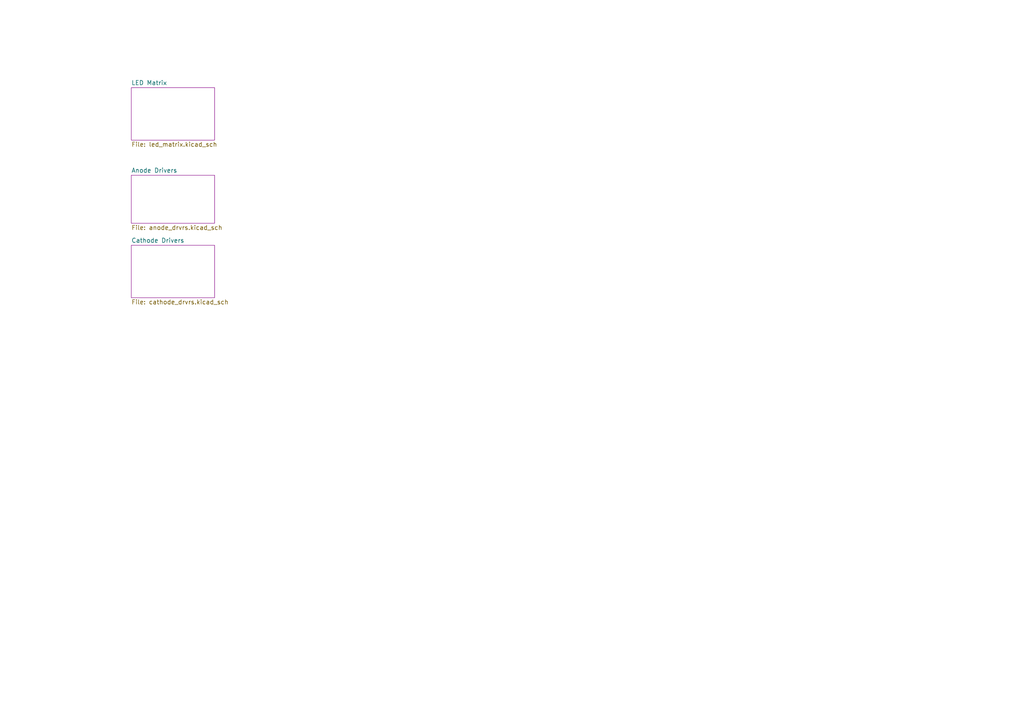
<source format=kicad_sch>
(kicad_sch (version 20210621) (generator eeschema)
  (paper "A4")
  (lib_symbols)
  (sheet (at 38.1 50.8) (size 24.13 13.97) (stroke (width 0.0006) (color 132 0 132 1)) (fill (color 255 255 255 0.0000))
    (property "Sheet name" "Anode Drivers" (at 38.1 50.1643 0) (effects (justify left bottom)))
    (property "Sheet file" "anode_drvrs.kicad_sch" (at 38.1 65.2787 0) (effects (justify left top)))
  )
  (sheet (at 38.1 71.12) (size 24.13 15.24) (stroke (width 0.0006) (color 132 0 132 1)) (fill (color 255 255 255 0.0000))
    (property "Sheet name" "Cathode Drivers" (at 38.1 70.4843 0) (effects (justify left bottom)))
    (property "Sheet file" "cathode_drvrs.kicad_sch" (at 38.1 86.8687 0) (effects (justify left top)))
  )
  (sheet (at 38.1 25.4) (size 24.13 15.24) (stroke (width 0.0006) (color 132 0 132 1)) (fill (color 255 255 255 0.0000))
    (property "Sheet name" "LED Matrix" (at 38.1 24.7643 0) (effects (justify left bottom)))
    (property "Sheet file" "led_matrix.kicad_sch" (at 38.1 41.1487 0) (effects (justify left top)))
  )
)
</source>
